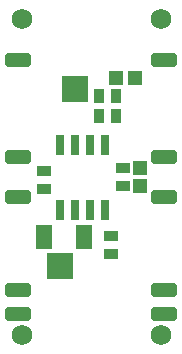
<source format=gts>
G04*
G04 #@! TF.GenerationSoftware,Altium Limited,Altium Designer,24.10.1 (45)*
G04*
G04 Layer_Color=8388736*
%FSLAX44Y44*%
%MOMM*%
G71*
G04*
G04 #@! TF.SameCoordinates,79C6D601-A39B-46A2-8E03-E2448EDDA2BC*
G04*
G04*
G04 #@! TF.FilePolarity,Negative*
G04*
G01*
G75*
%ADD19R,0.8032X1.7032*%
%ADD20R,1.2032X0.9532*%
%ADD21R,1.3532X2.0032*%
%ADD22R,1.2032X1.1532*%
G04:AMPARAMS|DCode=23|XSize=2.254mm|YSize=1.254mm|CornerRadius=0.377mm|HoleSize=0mm|Usage=FLASHONLY|Rotation=180.000|XOffset=0mm|YOffset=0mm|HoleType=Round|Shape=RoundedRectangle|*
%AMROUNDEDRECTD23*
21,1,2.2540,0.5000,0,0,180.0*
21,1,1.5000,1.2540,0,0,180.0*
1,1,0.7540,-0.7500,0.2500*
1,1,0.7540,0.7500,0.2500*
1,1,0.7540,0.7500,-0.2500*
1,1,0.7540,-0.7500,-0.2500*
%
%ADD23ROUNDEDRECTD23*%
%ADD24R,1.1532X1.2032*%
%ADD25R,0.9532X1.2032*%
%ADD26R,2.2032X2.2032*%
%ADD27C,1.7272*%
%ADD28C,0.5032*%
D19*
X-26050Y122500D02*
D03*
X-13350D02*
D03*
X-650D02*
D03*
X12050D02*
D03*
X-26050Y177500D02*
D03*
X-13350D02*
D03*
X-650D02*
D03*
X12050D02*
D03*
D20*
X-40350Y139820D02*
D03*
Y154820D02*
D03*
X16440Y85210D02*
D03*
Y100210D02*
D03*
X26513Y157457D02*
D03*
Y142457D02*
D03*
D21*
X-40350Y99060D02*
D03*
X-6350D02*
D03*
D22*
X41513Y158097D02*
D03*
Y142098D02*
D03*
D23*
X62000Y133000D02*
D03*
Y54000D02*
D03*
X-62000D02*
D03*
X62000Y249000D02*
D03*
X-62000D02*
D03*
X62000Y34000D02*
D03*
X-62000D02*
D03*
Y167000D02*
D03*
X62000D02*
D03*
X-62000Y133000D02*
D03*
D24*
X37400Y233680D02*
D03*
X21400D02*
D03*
D25*
Y201930D02*
D03*
X6400D02*
D03*
Y218440D02*
D03*
X21400D02*
D03*
D26*
X-26050Y75000D02*
D03*
X-13350Y225000D02*
D03*
D27*
X59000Y284000D02*
D03*
X-59000D02*
D03*
X59000Y16000D02*
D03*
X-59000D02*
D03*
D28*
X-63247Y51000D02*
D03*
Y54000D02*
D03*
X-60000D02*
D03*
X59770D02*
D03*
Y51000D02*
D03*
X63018D02*
D03*
X-60000D02*
D03*
X63018Y54000D02*
D03*
X-60000Y134500D02*
D03*
Y131500D02*
D03*
X-63247Y134500D02*
D03*
Y131500D02*
D03*
X63018D02*
D03*
Y134500D02*
D03*
X59770Y131500D02*
D03*
Y134500D02*
D03*
X-60000Y168500D02*
D03*
Y165500D02*
D03*
X-63247Y168500D02*
D03*
Y165500D02*
D03*
X63018D02*
D03*
Y168500D02*
D03*
X59770Y165500D02*
D03*
Y168500D02*
D03*
M02*

</source>
